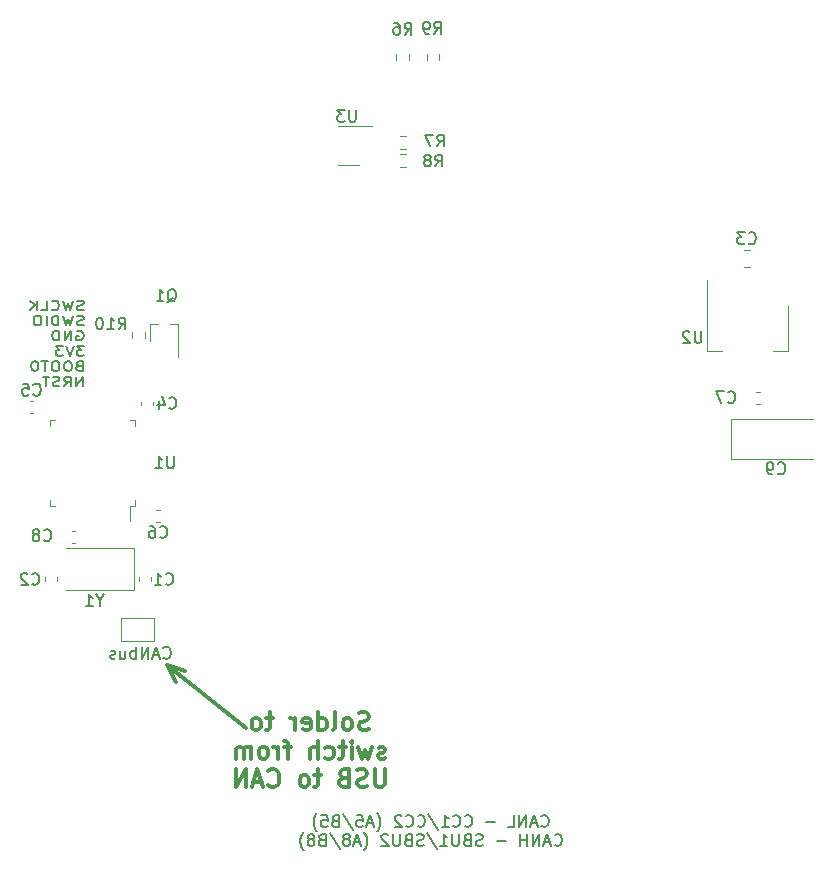
<source format=gbr>
%TF.GenerationSoftware,KiCad,Pcbnew,6.0.10*%
%TF.CreationDate,2023-03-14T16:41:35+03:00*%
%TF.ProjectId,Canon_manage,43616e6f-6e5f-46d6-916e-6167652e6b69,rev?*%
%TF.SameCoordinates,Original*%
%TF.FileFunction,Legend,Bot*%
%TF.FilePolarity,Positive*%
%FSLAX46Y46*%
G04 Gerber Fmt 4.6, Leading zero omitted, Abs format (unit mm)*
G04 Created by KiCad (PCBNEW 6.0.10) date 2023-03-14 16:41:35*
%MOMM*%
%LPD*%
G01*
G04 APERTURE LIST*
%ADD10C,0.300000*%
%ADD11C,0.150000*%
%ADD12C,0.120000*%
G04 APERTURE END LIST*
D10*
X84429600Y-103784400D02*
X85953600Y-104343200D01*
X84429600Y-103784400D02*
X85140800Y-105206800D01*
X91084400Y-109118400D02*
X84429600Y-103784400D01*
X101484285Y-109240942D02*
X101270000Y-109312371D01*
X100912857Y-109312371D01*
X100770000Y-109240942D01*
X100698571Y-109169514D01*
X100627142Y-109026657D01*
X100627142Y-108883800D01*
X100698571Y-108740942D01*
X100770000Y-108669514D01*
X100912857Y-108598085D01*
X101198571Y-108526657D01*
X101341428Y-108455228D01*
X101412857Y-108383800D01*
X101484285Y-108240942D01*
X101484285Y-108098085D01*
X101412857Y-107955228D01*
X101341428Y-107883800D01*
X101198571Y-107812371D01*
X100841428Y-107812371D01*
X100627142Y-107883800D01*
X99770000Y-109312371D02*
X99912857Y-109240942D01*
X99984285Y-109169514D01*
X100055714Y-109026657D01*
X100055714Y-108598085D01*
X99984285Y-108455228D01*
X99912857Y-108383800D01*
X99770000Y-108312371D01*
X99555714Y-108312371D01*
X99412857Y-108383800D01*
X99341428Y-108455228D01*
X99270000Y-108598085D01*
X99270000Y-109026657D01*
X99341428Y-109169514D01*
X99412857Y-109240942D01*
X99555714Y-109312371D01*
X99770000Y-109312371D01*
X98412857Y-109312371D02*
X98555714Y-109240942D01*
X98627142Y-109098085D01*
X98627142Y-107812371D01*
X97198571Y-109312371D02*
X97198571Y-107812371D01*
X97198571Y-109240942D02*
X97341428Y-109312371D01*
X97627142Y-109312371D01*
X97770000Y-109240942D01*
X97841428Y-109169514D01*
X97912857Y-109026657D01*
X97912857Y-108598085D01*
X97841428Y-108455228D01*
X97770000Y-108383800D01*
X97627142Y-108312371D01*
X97341428Y-108312371D01*
X97198571Y-108383800D01*
X95912857Y-109240942D02*
X96055714Y-109312371D01*
X96341428Y-109312371D01*
X96484285Y-109240942D01*
X96555714Y-109098085D01*
X96555714Y-108526657D01*
X96484285Y-108383800D01*
X96341428Y-108312371D01*
X96055714Y-108312371D01*
X95912857Y-108383800D01*
X95841428Y-108526657D01*
X95841428Y-108669514D01*
X96555714Y-108812371D01*
X95198571Y-109312371D02*
X95198571Y-108312371D01*
X95198571Y-108598085D02*
X95127142Y-108455228D01*
X95055714Y-108383800D01*
X94912857Y-108312371D01*
X94770000Y-108312371D01*
X93341428Y-108312371D02*
X92770000Y-108312371D01*
X93127142Y-107812371D02*
X93127142Y-109098085D01*
X93055714Y-109240942D01*
X92912857Y-109312371D01*
X92770000Y-109312371D01*
X92055714Y-109312371D02*
X92198571Y-109240942D01*
X92270000Y-109169514D01*
X92341428Y-109026657D01*
X92341428Y-108598085D01*
X92270000Y-108455228D01*
X92198571Y-108383800D01*
X92055714Y-108312371D01*
X91841428Y-108312371D01*
X91698571Y-108383800D01*
X91627142Y-108455228D01*
X91555714Y-108598085D01*
X91555714Y-109026657D01*
X91627142Y-109169514D01*
X91698571Y-109240942D01*
X91841428Y-109312371D01*
X92055714Y-109312371D01*
X102877142Y-111655942D02*
X102734285Y-111727371D01*
X102448571Y-111727371D01*
X102305714Y-111655942D01*
X102234285Y-111513085D01*
X102234285Y-111441657D01*
X102305714Y-111298800D01*
X102448571Y-111227371D01*
X102662857Y-111227371D01*
X102805714Y-111155942D01*
X102877142Y-111013085D01*
X102877142Y-110941657D01*
X102805714Y-110798800D01*
X102662857Y-110727371D01*
X102448571Y-110727371D01*
X102305714Y-110798800D01*
X101734285Y-110727371D02*
X101448571Y-111727371D01*
X101162857Y-111013085D01*
X100877142Y-111727371D01*
X100591428Y-110727371D01*
X100020000Y-111727371D02*
X100020000Y-110727371D01*
X100020000Y-110227371D02*
X100091428Y-110298800D01*
X100020000Y-110370228D01*
X99948571Y-110298800D01*
X100020000Y-110227371D01*
X100020000Y-110370228D01*
X99520000Y-110727371D02*
X98948571Y-110727371D01*
X99305714Y-110227371D02*
X99305714Y-111513085D01*
X99234285Y-111655942D01*
X99091428Y-111727371D01*
X98948571Y-111727371D01*
X97805714Y-111655942D02*
X97948571Y-111727371D01*
X98234285Y-111727371D01*
X98377142Y-111655942D01*
X98448571Y-111584514D01*
X98520000Y-111441657D01*
X98520000Y-111013085D01*
X98448571Y-110870228D01*
X98377142Y-110798800D01*
X98234285Y-110727371D01*
X97948571Y-110727371D01*
X97805714Y-110798800D01*
X97162857Y-111727371D02*
X97162857Y-110227371D01*
X96520000Y-111727371D02*
X96520000Y-110941657D01*
X96591428Y-110798800D01*
X96734285Y-110727371D01*
X96948571Y-110727371D01*
X97091428Y-110798800D01*
X97162857Y-110870228D01*
X94877142Y-110727371D02*
X94305714Y-110727371D01*
X94662857Y-111727371D02*
X94662857Y-110441657D01*
X94591428Y-110298800D01*
X94448571Y-110227371D01*
X94305714Y-110227371D01*
X93805714Y-111727371D02*
X93805714Y-110727371D01*
X93805714Y-111013085D02*
X93734285Y-110870228D01*
X93662857Y-110798800D01*
X93520000Y-110727371D01*
X93377142Y-110727371D01*
X92662857Y-111727371D02*
X92805714Y-111655942D01*
X92877142Y-111584514D01*
X92948571Y-111441657D01*
X92948571Y-111013085D01*
X92877142Y-110870228D01*
X92805714Y-110798800D01*
X92662857Y-110727371D01*
X92448571Y-110727371D01*
X92305714Y-110798800D01*
X92234285Y-110870228D01*
X92162857Y-111013085D01*
X92162857Y-111441657D01*
X92234285Y-111584514D01*
X92305714Y-111655942D01*
X92448571Y-111727371D01*
X92662857Y-111727371D01*
X91520000Y-111727371D02*
X91520000Y-110727371D01*
X91520000Y-110870228D02*
X91448571Y-110798800D01*
X91305714Y-110727371D01*
X91091428Y-110727371D01*
X90948571Y-110798800D01*
X90877142Y-110941657D01*
X90877142Y-111727371D01*
X90877142Y-110941657D02*
X90805714Y-110798800D01*
X90662857Y-110727371D01*
X90448571Y-110727371D01*
X90305714Y-110798800D01*
X90234285Y-110941657D01*
X90234285Y-111727371D01*
X102841428Y-112642371D02*
X102841428Y-113856657D01*
X102770000Y-113999514D01*
X102698571Y-114070942D01*
X102555714Y-114142371D01*
X102270000Y-114142371D01*
X102127142Y-114070942D01*
X102055714Y-113999514D01*
X101984285Y-113856657D01*
X101984285Y-112642371D01*
X101341428Y-114070942D02*
X101127142Y-114142371D01*
X100770000Y-114142371D01*
X100627142Y-114070942D01*
X100555714Y-113999514D01*
X100484285Y-113856657D01*
X100484285Y-113713800D01*
X100555714Y-113570942D01*
X100627142Y-113499514D01*
X100770000Y-113428085D01*
X101055714Y-113356657D01*
X101198571Y-113285228D01*
X101270000Y-113213800D01*
X101341428Y-113070942D01*
X101341428Y-112928085D01*
X101270000Y-112785228D01*
X101198571Y-112713800D01*
X101055714Y-112642371D01*
X100698571Y-112642371D01*
X100484285Y-112713800D01*
X99341428Y-113356657D02*
X99127142Y-113428085D01*
X99055714Y-113499514D01*
X98984285Y-113642371D01*
X98984285Y-113856657D01*
X99055714Y-113999514D01*
X99127142Y-114070942D01*
X99270000Y-114142371D01*
X99841428Y-114142371D01*
X99841428Y-112642371D01*
X99341428Y-112642371D01*
X99198571Y-112713800D01*
X99127142Y-112785228D01*
X99055714Y-112928085D01*
X99055714Y-113070942D01*
X99127142Y-113213800D01*
X99198571Y-113285228D01*
X99341428Y-113356657D01*
X99841428Y-113356657D01*
X97412857Y-113142371D02*
X96841428Y-113142371D01*
X97198571Y-112642371D02*
X97198571Y-113928085D01*
X97127142Y-114070942D01*
X96984285Y-114142371D01*
X96841428Y-114142371D01*
X96127142Y-114142371D02*
X96270000Y-114070942D01*
X96341428Y-113999514D01*
X96412857Y-113856657D01*
X96412857Y-113428085D01*
X96341428Y-113285228D01*
X96270000Y-113213800D01*
X96127142Y-113142371D01*
X95912857Y-113142371D01*
X95770000Y-113213800D01*
X95698571Y-113285228D01*
X95627142Y-113428085D01*
X95627142Y-113856657D01*
X95698571Y-113999514D01*
X95770000Y-114070942D01*
X95912857Y-114142371D01*
X96127142Y-114142371D01*
X92984285Y-113999514D02*
X93055714Y-114070942D01*
X93270000Y-114142371D01*
X93412857Y-114142371D01*
X93627142Y-114070942D01*
X93770000Y-113928085D01*
X93841428Y-113785228D01*
X93912857Y-113499514D01*
X93912857Y-113285228D01*
X93841428Y-112999514D01*
X93770000Y-112856657D01*
X93627142Y-112713800D01*
X93412857Y-112642371D01*
X93270000Y-112642371D01*
X93055714Y-112713800D01*
X92984285Y-112785228D01*
X92412857Y-113713800D02*
X91698571Y-113713800D01*
X92555714Y-114142371D02*
X92055714Y-112642371D01*
X91555714Y-114142371D01*
X91055714Y-114142371D02*
X91055714Y-112642371D01*
X90198571Y-114142371D01*
X90198571Y-112642371D01*
D11*
X116087942Y-117408142D02*
X116135561Y-117455761D01*
X116278419Y-117503380D01*
X116373657Y-117503380D01*
X116516514Y-117455761D01*
X116611752Y-117360523D01*
X116659371Y-117265285D01*
X116706990Y-117074809D01*
X116706990Y-116931952D01*
X116659371Y-116741476D01*
X116611752Y-116646238D01*
X116516514Y-116551000D01*
X116373657Y-116503380D01*
X116278419Y-116503380D01*
X116135561Y-116551000D01*
X116087942Y-116598619D01*
X115706990Y-117217666D02*
X115230800Y-117217666D01*
X115802228Y-117503380D02*
X115468895Y-116503380D01*
X115135561Y-117503380D01*
X114802228Y-117503380D02*
X114802228Y-116503380D01*
X114230800Y-117503380D01*
X114230800Y-116503380D01*
X113278419Y-117503380D02*
X113754609Y-117503380D01*
X113754609Y-116503380D01*
X112183180Y-117122428D02*
X111421276Y-117122428D01*
X109611752Y-117408142D02*
X109659371Y-117455761D01*
X109802228Y-117503380D01*
X109897466Y-117503380D01*
X110040323Y-117455761D01*
X110135561Y-117360523D01*
X110183180Y-117265285D01*
X110230800Y-117074809D01*
X110230800Y-116931952D01*
X110183180Y-116741476D01*
X110135561Y-116646238D01*
X110040323Y-116551000D01*
X109897466Y-116503380D01*
X109802228Y-116503380D01*
X109659371Y-116551000D01*
X109611752Y-116598619D01*
X108611752Y-117408142D02*
X108659371Y-117455761D01*
X108802228Y-117503380D01*
X108897466Y-117503380D01*
X109040323Y-117455761D01*
X109135561Y-117360523D01*
X109183180Y-117265285D01*
X109230800Y-117074809D01*
X109230800Y-116931952D01*
X109183180Y-116741476D01*
X109135561Y-116646238D01*
X109040323Y-116551000D01*
X108897466Y-116503380D01*
X108802228Y-116503380D01*
X108659371Y-116551000D01*
X108611752Y-116598619D01*
X107659371Y-117503380D02*
X108230800Y-117503380D01*
X107945085Y-117503380D02*
X107945085Y-116503380D01*
X108040323Y-116646238D01*
X108135561Y-116741476D01*
X108230800Y-116789095D01*
X106516514Y-116455761D02*
X107373657Y-117741476D01*
X105611752Y-117408142D02*
X105659371Y-117455761D01*
X105802228Y-117503380D01*
X105897466Y-117503380D01*
X106040323Y-117455761D01*
X106135561Y-117360523D01*
X106183180Y-117265285D01*
X106230800Y-117074809D01*
X106230800Y-116931952D01*
X106183180Y-116741476D01*
X106135561Y-116646238D01*
X106040323Y-116551000D01*
X105897466Y-116503380D01*
X105802228Y-116503380D01*
X105659371Y-116551000D01*
X105611752Y-116598619D01*
X104611752Y-117408142D02*
X104659371Y-117455761D01*
X104802228Y-117503380D01*
X104897466Y-117503380D01*
X105040323Y-117455761D01*
X105135561Y-117360523D01*
X105183180Y-117265285D01*
X105230800Y-117074809D01*
X105230800Y-116931952D01*
X105183180Y-116741476D01*
X105135561Y-116646238D01*
X105040323Y-116551000D01*
X104897466Y-116503380D01*
X104802228Y-116503380D01*
X104659371Y-116551000D01*
X104611752Y-116598619D01*
X104230800Y-116598619D02*
X104183180Y-116551000D01*
X104087942Y-116503380D01*
X103849847Y-116503380D01*
X103754609Y-116551000D01*
X103706990Y-116598619D01*
X103659371Y-116693857D01*
X103659371Y-116789095D01*
X103706990Y-116931952D01*
X104278419Y-117503380D01*
X103659371Y-117503380D01*
X102183180Y-117884333D02*
X102230800Y-117836714D01*
X102326038Y-117693857D01*
X102373657Y-117598619D01*
X102421276Y-117455761D01*
X102468895Y-117217666D01*
X102468895Y-117027190D01*
X102421276Y-116789095D01*
X102373657Y-116646238D01*
X102326038Y-116551000D01*
X102230800Y-116408142D01*
X102183180Y-116360523D01*
X101849847Y-117217666D02*
X101373657Y-117217666D01*
X101945085Y-117503380D02*
X101611752Y-116503380D01*
X101278419Y-117503380D01*
X100468895Y-116503380D02*
X100945085Y-116503380D01*
X100992704Y-116979571D01*
X100945085Y-116931952D01*
X100849847Y-116884333D01*
X100611752Y-116884333D01*
X100516514Y-116931952D01*
X100468895Y-116979571D01*
X100421276Y-117074809D01*
X100421276Y-117312904D01*
X100468895Y-117408142D01*
X100516514Y-117455761D01*
X100611752Y-117503380D01*
X100849847Y-117503380D01*
X100945085Y-117455761D01*
X100992704Y-117408142D01*
X99278419Y-116455761D02*
X100135561Y-117741476D01*
X98611752Y-116979571D02*
X98468895Y-117027190D01*
X98421276Y-117074809D01*
X98373657Y-117170047D01*
X98373657Y-117312904D01*
X98421276Y-117408142D01*
X98468895Y-117455761D01*
X98564133Y-117503380D01*
X98945085Y-117503380D01*
X98945085Y-116503380D01*
X98611752Y-116503380D01*
X98516514Y-116551000D01*
X98468895Y-116598619D01*
X98421276Y-116693857D01*
X98421276Y-116789095D01*
X98468895Y-116884333D01*
X98516514Y-116931952D01*
X98611752Y-116979571D01*
X98945085Y-116979571D01*
X97468895Y-116503380D02*
X97945085Y-116503380D01*
X97992704Y-116979571D01*
X97945085Y-116931952D01*
X97849847Y-116884333D01*
X97611752Y-116884333D01*
X97516514Y-116931952D01*
X97468895Y-116979571D01*
X97421276Y-117074809D01*
X97421276Y-117312904D01*
X97468895Y-117408142D01*
X97516514Y-117455761D01*
X97611752Y-117503380D01*
X97849847Y-117503380D01*
X97945085Y-117455761D01*
X97992704Y-117408142D01*
X97087942Y-117884333D02*
X97040323Y-117836714D01*
X96945085Y-117693857D01*
X96897466Y-117598619D01*
X96849847Y-117455761D01*
X96802228Y-117217666D01*
X96802228Y-117027190D01*
X96849847Y-116789095D01*
X96897466Y-116646238D01*
X96945085Y-116551000D01*
X97040323Y-116408142D01*
X97087942Y-116360523D01*
X117206990Y-119018142D02*
X117254609Y-119065761D01*
X117397466Y-119113380D01*
X117492704Y-119113380D01*
X117635561Y-119065761D01*
X117730800Y-118970523D01*
X117778419Y-118875285D01*
X117826038Y-118684809D01*
X117826038Y-118541952D01*
X117778419Y-118351476D01*
X117730800Y-118256238D01*
X117635561Y-118161000D01*
X117492704Y-118113380D01*
X117397466Y-118113380D01*
X117254609Y-118161000D01*
X117206990Y-118208619D01*
X116826038Y-118827666D02*
X116349847Y-118827666D01*
X116921276Y-119113380D02*
X116587942Y-118113380D01*
X116254609Y-119113380D01*
X115921276Y-119113380D02*
X115921276Y-118113380D01*
X115349847Y-119113380D01*
X115349847Y-118113380D01*
X114873657Y-119113380D02*
X114873657Y-118113380D01*
X114873657Y-118589571D02*
X114302228Y-118589571D01*
X114302228Y-119113380D02*
X114302228Y-118113380D01*
X113064133Y-118732428D02*
X112302228Y-118732428D01*
X111111752Y-119065761D02*
X110968895Y-119113380D01*
X110730800Y-119113380D01*
X110635561Y-119065761D01*
X110587942Y-119018142D01*
X110540323Y-118922904D01*
X110540323Y-118827666D01*
X110587942Y-118732428D01*
X110635561Y-118684809D01*
X110730800Y-118637190D01*
X110921276Y-118589571D01*
X111016514Y-118541952D01*
X111064133Y-118494333D01*
X111111752Y-118399095D01*
X111111752Y-118303857D01*
X111064133Y-118208619D01*
X111016514Y-118161000D01*
X110921276Y-118113380D01*
X110683180Y-118113380D01*
X110540323Y-118161000D01*
X109778419Y-118589571D02*
X109635561Y-118637190D01*
X109587942Y-118684809D01*
X109540323Y-118780047D01*
X109540323Y-118922904D01*
X109587942Y-119018142D01*
X109635561Y-119065761D01*
X109730800Y-119113380D01*
X110111752Y-119113380D01*
X110111752Y-118113380D01*
X109778419Y-118113380D01*
X109683180Y-118161000D01*
X109635561Y-118208619D01*
X109587942Y-118303857D01*
X109587942Y-118399095D01*
X109635561Y-118494333D01*
X109683180Y-118541952D01*
X109778419Y-118589571D01*
X110111752Y-118589571D01*
X109111752Y-118113380D02*
X109111752Y-118922904D01*
X109064133Y-119018142D01*
X109016514Y-119065761D01*
X108921276Y-119113380D01*
X108730800Y-119113380D01*
X108635561Y-119065761D01*
X108587942Y-119018142D01*
X108540323Y-118922904D01*
X108540323Y-118113380D01*
X107540323Y-119113380D02*
X108111752Y-119113380D01*
X107826038Y-119113380D02*
X107826038Y-118113380D01*
X107921276Y-118256238D01*
X108016514Y-118351476D01*
X108111752Y-118399095D01*
X106397466Y-118065761D02*
X107254609Y-119351476D01*
X106111752Y-119065761D02*
X105968895Y-119113380D01*
X105730800Y-119113380D01*
X105635561Y-119065761D01*
X105587942Y-119018142D01*
X105540323Y-118922904D01*
X105540323Y-118827666D01*
X105587942Y-118732428D01*
X105635561Y-118684809D01*
X105730800Y-118637190D01*
X105921276Y-118589571D01*
X106016514Y-118541952D01*
X106064133Y-118494333D01*
X106111752Y-118399095D01*
X106111752Y-118303857D01*
X106064133Y-118208619D01*
X106016514Y-118161000D01*
X105921276Y-118113380D01*
X105683180Y-118113380D01*
X105540323Y-118161000D01*
X104778419Y-118589571D02*
X104635561Y-118637190D01*
X104587942Y-118684809D01*
X104540323Y-118780047D01*
X104540323Y-118922904D01*
X104587942Y-119018142D01*
X104635561Y-119065761D01*
X104730800Y-119113380D01*
X105111752Y-119113380D01*
X105111752Y-118113380D01*
X104778419Y-118113380D01*
X104683180Y-118161000D01*
X104635561Y-118208619D01*
X104587942Y-118303857D01*
X104587942Y-118399095D01*
X104635561Y-118494333D01*
X104683180Y-118541952D01*
X104778419Y-118589571D01*
X105111752Y-118589571D01*
X104111752Y-118113380D02*
X104111752Y-118922904D01*
X104064133Y-119018142D01*
X104016514Y-119065761D01*
X103921276Y-119113380D01*
X103730800Y-119113380D01*
X103635561Y-119065761D01*
X103587942Y-119018142D01*
X103540323Y-118922904D01*
X103540323Y-118113380D01*
X103111752Y-118208619D02*
X103064133Y-118161000D01*
X102968895Y-118113380D01*
X102730800Y-118113380D01*
X102635561Y-118161000D01*
X102587942Y-118208619D01*
X102540323Y-118303857D01*
X102540323Y-118399095D01*
X102587942Y-118541952D01*
X103159371Y-119113380D01*
X102540323Y-119113380D01*
X101064133Y-119494333D02*
X101111752Y-119446714D01*
X101206990Y-119303857D01*
X101254609Y-119208619D01*
X101302228Y-119065761D01*
X101349847Y-118827666D01*
X101349847Y-118637190D01*
X101302228Y-118399095D01*
X101254609Y-118256238D01*
X101206990Y-118161000D01*
X101111752Y-118018142D01*
X101064133Y-117970523D01*
X100730800Y-118827666D02*
X100254609Y-118827666D01*
X100826038Y-119113380D02*
X100492704Y-118113380D01*
X100159371Y-119113380D01*
X99683180Y-118541952D02*
X99778419Y-118494333D01*
X99826038Y-118446714D01*
X99873657Y-118351476D01*
X99873657Y-118303857D01*
X99826038Y-118208619D01*
X99778419Y-118161000D01*
X99683180Y-118113380D01*
X99492704Y-118113380D01*
X99397466Y-118161000D01*
X99349847Y-118208619D01*
X99302228Y-118303857D01*
X99302228Y-118351476D01*
X99349847Y-118446714D01*
X99397466Y-118494333D01*
X99492704Y-118541952D01*
X99683180Y-118541952D01*
X99778419Y-118589571D01*
X99826038Y-118637190D01*
X99873657Y-118732428D01*
X99873657Y-118922904D01*
X99826038Y-119018142D01*
X99778419Y-119065761D01*
X99683180Y-119113380D01*
X99492704Y-119113380D01*
X99397466Y-119065761D01*
X99349847Y-119018142D01*
X99302228Y-118922904D01*
X99302228Y-118732428D01*
X99349847Y-118637190D01*
X99397466Y-118589571D01*
X99492704Y-118541952D01*
X98159371Y-118065761D02*
X99016514Y-119351476D01*
X97492704Y-118589571D02*
X97349847Y-118637190D01*
X97302228Y-118684809D01*
X97254609Y-118780047D01*
X97254609Y-118922904D01*
X97302228Y-119018142D01*
X97349847Y-119065761D01*
X97445085Y-119113380D01*
X97826038Y-119113380D01*
X97826038Y-118113380D01*
X97492704Y-118113380D01*
X97397466Y-118161000D01*
X97349847Y-118208619D01*
X97302228Y-118303857D01*
X97302228Y-118399095D01*
X97349847Y-118494333D01*
X97397466Y-118541952D01*
X97492704Y-118589571D01*
X97826038Y-118589571D01*
X96683180Y-118541952D02*
X96778419Y-118494333D01*
X96826038Y-118446714D01*
X96873657Y-118351476D01*
X96873657Y-118303857D01*
X96826038Y-118208619D01*
X96778419Y-118161000D01*
X96683180Y-118113380D01*
X96492704Y-118113380D01*
X96397466Y-118161000D01*
X96349847Y-118208619D01*
X96302228Y-118303857D01*
X96302228Y-118351476D01*
X96349847Y-118446714D01*
X96397466Y-118494333D01*
X96492704Y-118541952D01*
X96683180Y-118541952D01*
X96778419Y-118589571D01*
X96826038Y-118637190D01*
X96873657Y-118732428D01*
X96873657Y-118922904D01*
X96826038Y-119018142D01*
X96778419Y-119065761D01*
X96683180Y-119113380D01*
X96492704Y-119113380D01*
X96397466Y-119065761D01*
X96349847Y-119018142D01*
X96302228Y-118922904D01*
X96302228Y-118732428D01*
X96349847Y-118637190D01*
X96397466Y-118589571D01*
X96492704Y-118541952D01*
X95968895Y-119494333D02*
X95921276Y-119446714D01*
X95826038Y-119303857D01*
X95778419Y-119208619D01*
X95730800Y-119065761D01*
X95683180Y-118827666D01*
X95683180Y-118637190D01*
X95730800Y-118399095D01*
X95778419Y-118256238D01*
X95826038Y-118161000D01*
X95921276Y-118018142D01*
X95968895Y-117970523D01*
X77334423Y-73710209D02*
X77191566Y-73748304D01*
X76953471Y-73748304D01*
X76858233Y-73710209D01*
X76810614Y-73672114D01*
X76762995Y-73595923D01*
X76762995Y-73519733D01*
X76810614Y-73443542D01*
X76858233Y-73405447D01*
X76953471Y-73367352D01*
X77143947Y-73329257D01*
X77239185Y-73291161D01*
X77286804Y-73253066D01*
X77334423Y-73176876D01*
X77334423Y-73100685D01*
X77286804Y-73024495D01*
X77239185Y-72986400D01*
X77143947Y-72948304D01*
X76905852Y-72948304D01*
X76762995Y-72986400D01*
X76429661Y-72948304D02*
X76191566Y-73748304D01*
X76001090Y-73176876D01*
X75810614Y-73748304D01*
X75572519Y-72948304D01*
X74620138Y-73672114D02*
X74667757Y-73710209D01*
X74810614Y-73748304D01*
X74905852Y-73748304D01*
X75048709Y-73710209D01*
X75143947Y-73634019D01*
X75191566Y-73557828D01*
X75239185Y-73405447D01*
X75239185Y-73291161D01*
X75191566Y-73138780D01*
X75143947Y-73062590D01*
X75048709Y-72986400D01*
X74905852Y-72948304D01*
X74810614Y-72948304D01*
X74667757Y-72986400D01*
X74620138Y-73024495D01*
X73715376Y-73748304D02*
X74191566Y-73748304D01*
X74191566Y-72948304D01*
X73382042Y-73748304D02*
X73382042Y-72948304D01*
X72810614Y-73748304D02*
X73239185Y-73291161D01*
X72810614Y-72948304D02*
X73382042Y-73405447D01*
X77334423Y-74998209D02*
X77191566Y-75036304D01*
X76953471Y-75036304D01*
X76858233Y-74998209D01*
X76810614Y-74960114D01*
X76762995Y-74883923D01*
X76762995Y-74807733D01*
X76810614Y-74731542D01*
X76858233Y-74693447D01*
X76953471Y-74655352D01*
X77143947Y-74617257D01*
X77239185Y-74579161D01*
X77286804Y-74541066D01*
X77334423Y-74464876D01*
X77334423Y-74388685D01*
X77286804Y-74312495D01*
X77239185Y-74274400D01*
X77143947Y-74236304D01*
X76905852Y-74236304D01*
X76762995Y-74274400D01*
X76429661Y-74236304D02*
X76191566Y-75036304D01*
X76001090Y-74464876D01*
X75810614Y-75036304D01*
X75572519Y-74236304D01*
X75191566Y-75036304D02*
X75191566Y-74236304D01*
X74953471Y-74236304D01*
X74810614Y-74274400D01*
X74715376Y-74350590D01*
X74667757Y-74426780D01*
X74620138Y-74579161D01*
X74620138Y-74693447D01*
X74667757Y-74845828D01*
X74715376Y-74922019D01*
X74810614Y-74998209D01*
X74953471Y-75036304D01*
X75191566Y-75036304D01*
X74191566Y-75036304D02*
X74191566Y-74236304D01*
X73524900Y-74236304D02*
X73334423Y-74236304D01*
X73239185Y-74274400D01*
X73143947Y-74350590D01*
X73096328Y-74502971D01*
X73096328Y-74769638D01*
X73143947Y-74922019D01*
X73239185Y-74998209D01*
X73334423Y-75036304D01*
X73524900Y-75036304D01*
X73620138Y-74998209D01*
X73715376Y-74922019D01*
X73762995Y-74769638D01*
X73762995Y-74502971D01*
X73715376Y-74350590D01*
X73620138Y-74274400D01*
X73524900Y-74236304D01*
X76762995Y-75562400D02*
X76858233Y-75524304D01*
X77001090Y-75524304D01*
X77143947Y-75562400D01*
X77239185Y-75638590D01*
X77286804Y-75714780D01*
X77334423Y-75867161D01*
X77334423Y-75981447D01*
X77286804Y-76133828D01*
X77239185Y-76210019D01*
X77143947Y-76286209D01*
X77001090Y-76324304D01*
X76905852Y-76324304D01*
X76762995Y-76286209D01*
X76715376Y-76248114D01*
X76715376Y-75981447D01*
X76905852Y-75981447D01*
X76286804Y-76324304D02*
X76286804Y-75524304D01*
X75715376Y-76324304D01*
X75715376Y-75524304D01*
X75239185Y-76324304D02*
X75239185Y-75524304D01*
X75001090Y-75524304D01*
X74858233Y-75562400D01*
X74762995Y-75638590D01*
X74715376Y-75714780D01*
X74667757Y-75867161D01*
X74667757Y-75981447D01*
X74715376Y-76133828D01*
X74762995Y-76210019D01*
X74858233Y-76286209D01*
X75001090Y-76324304D01*
X75239185Y-76324304D01*
X77382042Y-76812304D02*
X76762995Y-76812304D01*
X77096328Y-77117066D01*
X76953471Y-77117066D01*
X76858233Y-77155161D01*
X76810614Y-77193257D01*
X76762995Y-77269447D01*
X76762995Y-77459923D01*
X76810614Y-77536114D01*
X76858233Y-77574209D01*
X76953471Y-77612304D01*
X77239185Y-77612304D01*
X77334423Y-77574209D01*
X77382042Y-77536114D01*
X76477280Y-76812304D02*
X76143947Y-77612304D01*
X75810614Y-76812304D01*
X75572519Y-76812304D02*
X74953471Y-76812304D01*
X75286804Y-77117066D01*
X75143947Y-77117066D01*
X75048709Y-77155161D01*
X75001090Y-77193257D01*
X74953471Y-77269447D01*
X74953471Y-77459923D01*
X75001090Y-77536114D01*
X75048709Y-77574209D01*
X75143947Y-77612304D01*
X75429661Y-77612304D01*
X75524900Y-77574209D01*
X75572519Y-77536114D01*
X76953471Y-78481257D02*
X76810614Y-78519352D01*
X76762995Y-78557447D01*
X76715376Y-78633638D01*
X76715376Y-78747923D01*
X76762995Y-78824114D01*
X76810614Y-78862209D01*
X76905852Y-78900304D01*
X77286804Y-78900304D01*
X77286804Y-78100304D01*
X76953471Y-78100304D01*
X76858233Y-78138400D01*
X76810614Y-78176495D01*
X76762995Y-78252685D01*
X76762995Y-78328876D01*
X76810614Y-78405066D01*
X76858233Y-78443161D01*
X76953471Y-78481257D01*
X77286804Y-78481257D01*
X76096328Y-78100304D02*
X75905852Y-78100304D01*
X75810614Y-78138400D01*
X75715376Y-78214590D01*
X75667757Y-78366971D01*
X75667757Y-78633638D01*
X75715376Y-78786019D01*
X75810614Y-78862209D01*
X75905852Y-78900304D01*
X76096328Y-78900304D01*
X76191566Y-78862209D01*
X76286804Y-78786019D01*
X76334423Y-78633638D01*
X76334423Y-78366971D01*
X76286804Y-78214590D01*
X76191566Y-78138400D01*
X76096328Y-78100304D01*
X75048709Y-78100304D02*
X74858233Y-78100304D01*
X74762995Y-78138400D01*
X74667757Y-78214590D01*
X74620138Y-78366971D01*
X74620138Y-78633638D01*
X74667757Y-78786019D01*
X74762995Y-78862209D01*
X74858233Y-78900304D01*
X75048709Y-78900304D01*
X75143947Y-78862209D01*
X75239185Y-78786019D01*
X75286804Y-78633638D01*
X75286804Y-78366971D01*
X75239185Y-78214590D01*
X75143947Y-78138400D01*
X75048709Y-78100304D01*
X74334423Y-78100304D02*
X73762995Y-78100304D01*
X74048709Y-78900304D02*
X74048709Y-78100304D01*
X73239185Y-78100304D02*
X73143947Y-78100304D01*
X73048709Y-78138400D01*
X73001090Y-78176495D01*
X72953471Y-78252685D01*
X72905852Y-78405066D01*
X72905852Y-78595542D01*
X72953471Y-78747923D01*
X73001090Y-78824114D01*
X73048709Y-78862209D01*
X73143947Y-78900304D01*
X73239185Y-78900304D01*
X73334423Y-78862209D01*
X73382042Y-78824114D01*
X73429661Y-78747923D01*
X73477280Y-78595542D01*
X73477280Y-78405066D01*
X73429661Y-78252685D01*
X73382042Y-78176495D01*
X73334423Y-78138400D01*
X73239185Y-78100304D01*
X77286804Y-80188304D02*
X77286804Y-79388304D01*
X76715376Y-80188304D01*
X76715376Y-79388304D01*
X75667757Y-80188304D02*
X76001090Y-79807352D01*
X76239185Y-80188304D02*
X76239185Y-79388304D01*
X75858233Y-79388304D01*
X75762995Y-79426400D01*
X75715376Y-79464495D01*
X75667757Y-79540685D01*
X75667757Y-79654971D01*
X75715376Y-79731161D01*
X75762995Y-79769257D01*
X75858233Y-79807352D01*
X76239185Y-79807352D01*
X75286804Y-80150209D02*
X75143947Y-80188304D01*
X74905852Y-80188304D01*
X74810614Y-80150209D01*
X74762995Y-80112114D01*
X74715376Y-80035923D01*
X74715376Y-79959733D01*
X74762995Y-79883542D01*
X74810614Y-79845447D01*
X74905852Y-79807352D01*
X75096328Y-79769257D01*
X75191566Y-79731161D01*
X75239185Y-79693066D01*
X75286804Y-79616876D01*
X75286804Y-79540685D01*
X75239185Y-79464495D01*
X75191566Y-79426400D01*
X75096328Y-79388304D01*
X74858233Y-79388304D01*
X74715376Y-79426400D01*
X74429661Y-79388304D02*
X73858233Y-79388304D01*
X74143947Y-80188304D02*
X74143947Y-79388304D01*
%TO.C,R6*%
X104509866Y-50428280D02*
X104843200Y-49952090D01*
X105081295Y-50428280D02*
X105081295Y-49428280D01*
X104700342Y-49428280D01*
X104605104Y-49475900D01*
X104557485Y-49523519D01*
X104509866Y-49618757D01*
X104509866Y-49761614D01*
X104557485Y-49856852D01*
X104605104Y-49904471D01*
X104700342Y-49952090D01*
X105081295Y-49952090D01*
X103652723Y-49428280D02*
X103843200Y-49428280D01*
X103938438Y-49475900D01*
X103986057Y-49523519D01*
X104081295Y-49666376D01*
X104128914Y-49856852D01*
X104128914Y-50237804D01*
X104081295Y-50333042D01*
X104033676Y-50380661D01*
X103938438Y-50428280D01*
X103747961Y-50428280D01*
X103652723Y-50380661D01*
X103605104Y-50333042D01*
X103557485Y-50237804D01*
X103557485Y-49999709D01*
X103605104Y-49904471D01*
X103652723Y-49856852D01*
X103747961Y-49809233D01*
X103938438Y-49809233D01*
X104033676Y-49856852D01*
X104081295Y-49904471D01*
X104128914Y-49999709D01*
%TO.C,C5*%
X73088966Y-80892942D02*
X73136585Y-80940561D01*
X73279442Y-80988180D01*
X73374680Y-80988180D01*
X73517538Y-80940561D01*
X73612776Y-80845323D01*
X73660395Y-80750085D01*
X73708014Y-80559609D01*
X73708014Y-80416752D01*
X73660395Y-80226276D01*
X73612776Y-80131038D01*
X73517538Y-80035800D01*
X73374680Y-79988180D01*
X73279442Y-79988180D01*
X73136585Y-80035800D01*
X73088966Y-80083419D01*
X72184204Y-79988180D02*
X72660395Y-79988180D01*
X72708014Y-80464371D01*
X72660395Y-80416752D01*
X72565157Y-80369133D01*
X72327061Y-80369133D01*
X72231823Y-80416752D01*
X72184204Y-80464371D01*
X72136585Y-80559609D01*
X72136585Y-80797704D01*
X72184204Y-80892942D01*
X72231823Y-80940561D01*
X72327061Y-80988180D01*
X72565157Y-80988180D01*
X72660395Y-80940561D01*
X72708014Y-80892942D01*
%TO.C,JP1*%
X84095980Y-103176342D02*
X84143600Y-103223961D01*
X84286457Y-103271580D01*
X84381695Y-103271580D01*
X84524552Y-103223961D01*
X84619790Y-103128723D01*
X84667409Y-103033485D01*
X84715028Y-102843009D01*
X84715028Y-102700152D01*
X84667409Y-102509676D01*
X84619790Y-102414438D01*
X84524552Y-102319200D01*
X84381695Y-102271580D01*
X84286457Y-102271580D01*
X84143600Y-102319200D01*
X84095980Y-102366819D01*
X83715028Y-102985866D02*
X83238838Y-102985866D01*
X83810266Y-103271580D02*
X83476933Y-102271580D01*
X83143600Y-103271580D01*
X82810266Y-103271580D02*
X82810266Y-102271580D01*
X82238838Y-103271580D01*
X82238838Y-102271580D01*
X81762647Y-103271580D02*
X81762647Y-102271580D01*
X81762647Y-102652533D02*
X81667409Y-102604914D01*
X81476933Y-102604914D01*
X81381695Y-102652533D01*
X81334076Y-102700152D01*
X81286457Y-102795390D01*
X81286457Y-103081104D01*
X81334076Y-103176342D01*
X81381695Y-103223961D01*
X81476933Y-103271580D01*
X81667409Y-103271580D01*
X81762647Y-103223961D01*
X80429314Y-102604914D02*
X80429314Y-103271580D01*
X80857885Y-102604914D02*
X80857885Y-103128723D01*
X80810266Y-103223961D01*
X80715028Y-103271580D01*
X80572171Y-103271580D01*
X80476933Y-103223961D01*
X80429314Y-103176342D01*
X80000742Y-103223961D02*
X79905504Y-103271580D01*
X79715028Y-103271580D01*
X79619790Y-103223961D01*
X79572171Y-103128723D01*
X79572171Y-103081104D01*
X79619790Y-102985866D01*
X79715028Y-102938247D01*
X79857885Y-102938247D01*
X79953123Y-102890628D01*
X80000742Y-102795390D01*
X80000742Y-102747771D01*
X79953123Y-102652533D01*
X79857885Y-102604914D01*
X79715028Y-102604914D01*
X79619790Y-102652533D01*
%TO.C,Q1*%
X84420038Y-73089619D02*
X84515276Y-73042000D01*
X84610514Y-72946761D01*
X84753371Y-72803904D01*
X84848609Y-72756285D01*
X84943847Y-72756285D01*
X84896228Y-72994380D02*
X84991466Y-72946761D01*
X85086704Y-72851523D01*
X85134323Y-72661047D01*
X85134323Y-72327714D01*
X85086704Y-72137238D01*
X84991466Y-72042000D01*
X84896228Y-71994380D01*
X84705752Y-71994380D01*
X84610514Y-72042000D01*
X84515276Y-72137238D01*
X84467657Y-72327714D01*
X84467657Y-72661047D01*
X84515276Y-72851523D01*
X84610514Y-72946761D01*
X84705752Y-72994380D01*
X84896228Y-72994380D01*
X83515276Y-72994380D02*
X84086704Y-72994380D01*
X83800990Y-72994380D02*
X83800990Y-71994380D01*
X83896228Y-72137238D01*
X83991466Y-72232476D01*
X84086704Y-72280095D01*
%TO.C,C1*%
X84291466Y-96927942D02*
X84339085Y-96975561D01*
X84481942Y-97023180D01*
X84577180Y-97023180D01*
X84720038Y-96975561D01*
X84815276Y-96880323D01*
X84862895Y-96785085D01*
X84910514Y-96594609D01*
X84910514Y-96451752D01*
X84862895Y-96261276D01*
X84815276Y-96166038D01*
X84720038Y-96070800D01*
X84577180Y-96023180D01*
X84481942Y-96023180D01*
X84339085Y-96070800D01*
X84291466Y-96118419D01*
X83339085Y-97023180D02*
X83910514Y-97023180D01*
X83624800Y-97023180D02*
X83624800Y-96023180D01*
X83720038Y-96166038D01*
X83815276Y-96261276D01*
X83910514Y-96308895D01*
%TO.C,R7*%
X107251166Y-59888380D02*
X107584500Y-59412190D01*
X107822595Y-59888380D02*
X107822595Y-58888380D01*
X107441642Y-58888380D01*
X107346404Y-58936000D01*
X107298785Y-58983619D01*
X107251166Y-59078857D01*
X107251166Y-59221714D01*
X107298785Y-59316952D01*
X107346404Y-59364571D01*
X107441642Y-59412190D01*
X107822595Y-59412190D01*
X106917833Y-58888380D02*
X106251166Y-58888380D01*
X106679738Y-59888380D01*
%TO.C,C8*%
X73979066Y-93219542D02*
X74026685Y-93267161D01*
X74169542Y-93314780D01*
X74264780Y-93314780D01*
X74407638Y-93267161D01*
X74502876Y-93171923D01*
X74550495Y-93076685D01*
X74598114Y-92886209D01*
X74598114Y-92743352D01*
X74550495Y-92552876D01*
X74502876Y-92457638D01*
X74407638Y-92362400D01*
X74264780Y-92314780D01*
X74169542Y-92314780D01*
X74026685Y-92362400D01*
X73979066Y-92410019D01*
X73407638Y-92743352D02*
X73502876Y-92695733D01*
X73550495Y-92648114D01*
X73598114Y-92552876D01*
X73598114Y-92505257D01*
X73550495Y-92410019D01*
X73502876Y-92362400D01*
X73407638Y-92314780D01*
X73217161Y-92314780D01*
X73121923Y-92362400D01*
X73074304Y-92410019D01*
X73026685Y-92505257D01*
X73026685Y-92552876D01*
X73074304Y-92648114D01*
X73121923Y-92695733D01*
X73217161Y-92743352D01*
X73407638Y-92743352D01*
X73502876Y-92790971D01*
X73550495Y-92838590D01*
X73598114Y-92933828D01*
X73598114Y-93124304D01*
X73550495Y-93219542D01*
X73502876Y-93267161D01*
X73407638Y-93314780D01*
X73217161Y-93314780D01*
X73121923Y-93267161D01*
X73074304Y-93219542D01*
X73026685Y-93124304D01*
X73026685Y-92933828D01*
X73074304Y-92838590D01*
X73121923Y-92790971D01*
X73217161Y-92743352D01*
%TO.C,U2*%
X129627504Y-75524980D02*
X129627504Y-76334504D01*
X129579885Y-76429742D01*
X129532266Y-76477361D01*
X129437028Y-76524980D01*
X129246552Y-76524980D01*
X129151314Y-76477361D01*
X129103695Y-76429742D01*
X129056076Y-76334504D01*
X129056076Y-75524980D01*
X128627504Y-75620219D02*
X128579885Y-75572600D01*
X128484647Y-75524980D01*
X128246552Y-75524980D01*
X128151314Y-75572600D01*
X128103695Y-75620219D01*
X128056076Y-75715457D01*
X128056076Y-75810695D01*
X128103695Y-75953552D01*
X128675123Y-76524980D01*
X128056076Y-76524980D01*
%TO.C,R10*%
X80297257Y-75382380D02*
X80630590Y-74906190D01*
X80868685Y-75382380D02*
X80868685Y-74382380D01*
X80487733Y-74382380D01*
X80392495Y-74430000D01*
X80344876Y-74477619D01*
X80297257Y-74572857D01*
X80297257Y-74715714D01*
X80344876Y-74810952D01*
X80392495Y-74858571D01*
X80487733Y-74906190D01*
X80868685Y-74906190D01*
X79344876Y-75382380D02*
X79916304Y-75382380D01*
X79630590Y-75382380D02*
X79630590Y-74382380D01*
X79725828Y-74525238D01*
X79821066Y-74620476D01*
X79916304Y-74668095D01*
X78725828Y-74382380D02*
X78630590Y-74382380D01*
X78535352Y-74430000D01*
X78487733Y-74477619D01*
X78440114Y-74572857D01*
X78392495Y-74763333D01*
X78392495Y-75001428D01*
X78440114Y-75191904D01*
X78487733Y-75287142D01*
X78535352Y-75334761D01*
X78630590Y-75382380D01*
X78725828Y-75382380D01*
X78821066Y-75334761D01*
X78868685Y-75287142D01*
X78916304Y-75191904D01*
X78963923Y-75001428D01*
X78963923Y-74763333D01*
X78916304Y-74572857D01*
X78868685Y-74477619D01*
X78821066Y-74430000D01*
X78725828Y-74382380D01*
%TO.C,U3*%
X100380704Y-56805580D02*
X100380704Y-57615104D01*
X100333085Y-57710342D01*
X100285466Y-57757961D01*
X100190228Y-57805580D01*
X99999752Y-57805580D01*
X99904514Y-57757961D01*
X99856895Y-57710342D01*
X99809276Y-57615104D01*
X99809276Y-56805580D01*
X99428323Y-56805580D02*
X98809276Y-56805580D01*
X99142609Y-57186533D01*
X98999752Y-57186533D01*
X98904514Y-57234152D01*
X98856895Y-57281771D01*
X98809276Y-57377009D01*
X98809276Y-57615104D01*
X98856895Y-57710342D01*
X98904514Y-57757961D01*
X98999752Y-57805580D01*
X99285466Y-57805580D01*
X99380704Y-57757961D01*
X99428323Y-57710342D01*
%TO.C,R8*%
X107126066Y-61590180D02*
X107459400Y-61113990D01*
X107697495Y-61590180D02*
X107697495Y-60590180D01*
X107316542Y-60590180D01*
X107221304Y-60637800D01*
X107173685Y-60685419D01*
X107126066Y-60780657D01*
X107126066Y-60923514D01*
X107173685Y-61018752D01*
X107221304Y-61066371D01*
X107316542Y-61113990D01*
X107697495Y-61113990D01*
X106554638Y-61018752D02*
X106649876Y-60971133D01*
X106697495Y-60923514D01*
X106745114Y-60828276D01*
X106745114Y-60780657D01*
X106697495Y-60685419D01*
X106649876Y-60637800D01*
X106554638Y-60590180D01*
X106364161Y-60590180D01*
X106268923Y-60637800D01*
X106221304Y-60685419D01*
X106173685Y-60780657D01*
X106173685Y-60828276D01*
X106221304Y-60923514D01*
X106268923Y-60971133D01*
X106364161Y-61018752D01*
X106554638Y-61018752D01*
X106649876Y-61066371D01*
X106697495Y-61113990D01*
X106745114Y-61209228D01*
X106745114Y-61399704D01*
X106697495Y-61494942D01*
X106649876Y-61542561D01*
X106554638Y-61590180D01*
X106364161Y-61590180D01*
X106268923Y-61542561D01*
X106221304Y-61494942D01*
X106173685Y-61399704D01*
X106173685Y-61209228D01*
X106221304Y-61113990D01*
X106268923Y-61066371D01*
X106364161Y-61018752D01*
%TO.C,C3*%
X133647566Y-68069942D02*
X133695185Y-68117561D01*
X133838042Y-68165180D01*
X133933280Y-68165180D01*
X134076138Y-68117561D01*
X134171376Y-68022323D01*
X134218995Y-67927085D01*
X134266614Y-67736609D01*
X134266614Y-67593752D01*
X134218995Y-67403276D01*
X134171376Y-67308038D01*
X134076138Y-67212800D01*
X133933280Y-67165180D01*
X133838042Y-67165180D01*
X133695185Y-67212800D01*
X133647566Y-67260419D01*
X133314233Y-67165180D02*
X132695185Y-67165180D01*
X133028519Y-67546133D01*
X132885661Y-67546133D01*
X132790423Y-67593752D01*
X132742804Y-67641371D01*
X132695185Y-67736609D01*
X132695185Y-67974704D01*
X132742804Y-68069942D01*
X132790423Y-68117561D01*
X132885661Y-68165180D01*
X133171376Y-68165180D01*
X133266614Y-68117561D01*
X133314233Y-68069942D01*
%TO.C,C4*%
X84570866Y-82018142D02*
X84618485Y-82065761D01*
X84761342Y-82113380D01*
X84856580Y-82113380D01*
X84999438Y-82065761D01*
X85094676Y-81970523D01*
X85142295Y-81875285D01*
X85189914Y-81684809D01*
X85189914Y-81541952D01*
X85142295Y-81351476D01*
X85094676Y-81256238D01*
X84999438Y-81161000D01*
X84856580Y-81113380D01*
X84761342Y-81113380D01*
X84618485Y-81161000D01*
X84570866Y-81208619D01*
X83713723Y-81446714D02*
X83713723Y-82113380D01*
X83951819Y-81065761D02*
X84189914Y-81780047D01*
X83570866Y-81780047D01*
%TO.C,R9*%
X107016666Y-50352380D02*
X107350000Y-49876190D01*
X107588095Y-50352380D02*
X107588095Y-49352380D01*
X107207142Y-49352380D01*
X107111904Y-49400000D01*
X107064285Y-49447619D01*
X107016666Y-49542857D01*
X107016666Y-49685714D01*
X107064285Y-49780952D01*
X107111904Y-49828571D01*
X107207142Y-49876190D01*
X107588095Y-49876190D01*
X106540476Y-50352380D02*
X106350000Y-50352380D01*
X106254761Y-50304761D01*
X106207142Y-50257142D01*
X106111904Y-50114285D01*
X106064285Y-49923809D01*
X106064285Y-49542857D01*
X106111904Y-49447619D01*
X106159523Y-49400000D01*
X106254761Y-49352380D01*
X106445238Y-49352380D01*
X106540476Y-49400000D01*
X106588095Y-49447619D01*
X106635714Y-49542857D01*
X106635714Y-49780952D01*
X106588095Y-49876190D01*
X106540476Y-49923809D01*
X106445238Y-49971428D01*
X106254761Y-49971428D01*
X106159523Y-49923809D01*
X106111904Y-49876190D01*
X106064285Y-49780952D01*
%TO.C,C6*%
X83784566Y-92947742D02*
X83832185Y-92995361D01*
X83975042Y-93042980D01*
X84070280Y-93042980D01*
X84213138Y-92995361D01*
X84308376Y-92900123D01*
X84355995Y-92804885D01*
X84403614Y-92614409D01*
X84403614Y-92471552D01*
X84355995Y-92281076D01*
X84308376Y-92185838D01*
X84213138Y-92090600D01*
X84070280Y-92042980D01*
X83975042Y-92042980D01*
X83832185Y-92090600D01*
X83784566Y-92138219D01*
X82927423Y-92042980D02*
X83117900Y-92042980D01*
X83213138Y-92090600D01*
X83260757Y-92138219D01*
X83355995Y-92281076D01*
X83403614Y-92471552D01*
X83403614Y-92852504D01*
X83355995Y-92947742D01*
X83308376Y-92995361D01*
X83213138Y-93042980D01*
X83022661Y-93042980D01*
X82927423Y-92995361D01*
X82879804Y-92947742D01*
X82832185Y-92852504D01*
X82832185Y-92614409D01*
X82879804Y-92519171D01*
X82927423Y-92471552D01*
X83022661Y-92423933D01*
X83213138Y-92423933D01*
X83308376Y-92471552D01*
X83355995Y-92519171D01*
X83403614Y-92614409D01*
%TO.C,Y1*%
X78708190Y-98324990D02*
X78708190Y-98801180D01*
X79041523Y-97801180D02*
X78708190Y-98324990D01*
X78374857Y-97801180D01*
X77517714Y-98801180D02*
X78089142Y-98801180D01*
X77803428Y-98801180D02*
X77803428Y-97801180D01*
X77898666Y-97944038D01*
X77993904Y-98039276D01*
X78089142Y-98086895D01*
%TO.C,C2*%
X72963066Y-96927942D02*
X73010685Y-96975561D01*
X73153542Y-97023180D01*
X73248780Y-97023180D01*
X73391638Y-96975561D01*
X73486876Y-96880323D01*
X73534495Y-96785085D01*
X73582114Y-96594609D01*
X73582114Y-96451752D01*
X73534495Y-96261276D01*
X73486876Y-96166038D01*
X73391638Y-96070800D01*
X73248780Y-96023180D01*
X73153542Y-96023180D01*
X73010685Y-96070800D01*
X72963066Y-96118419D01*
X72582114Y-96118419D02*
X72534495Y-96070800D01*
X72439257Y-96023180D01*
X72201161Y-96023180D01*
X72105923Y-96070800D01*
X72058304Y-96118419D01*
X72010685Y-96213657D01*
X72010685Y-96308895D01*
X72058304Y-96451752D01*
X72629733Y-97023180D01*
X72010685Y-97023180D01*
%TO.C,C7*%
X131891066Y-81535542D02*
X131938685Y-81583161D01*
X132081542Y-81630780D01*
X132176780Y-81630780D01*
X132319638Y-81583161D01*
X132414876Y-81487923D01*
X132462495Y-81392685D01*
X132510114Y-81202209D01*
X132510114Y-81059352D01*
X132462495Y-80868876D01*
X132414876Y-80773638D01*
X132319638Y-80678400D01*
X132176780Y-80630780D01*
X132081542Y-80630780D01*
X131938685Y-80678400D01*
X131891066Y-80726019D01*
X131557733Y-80630780D02*
X130891066Y-80630780D01*
X131319638Y-81630780D01*
%TO.C,C9*%
X136107466Y-87555342D02*
X136155085Y-87602961D01*
X136297942Y-87650580D01*
X136393180Y-87650580D01*
X136536038Y-87602961D01*
X136631276Y-87507723D01*
X136678895Y-87412485D01*
X136726514Y-87222009D01*
X136726514Y-87079152D01*
X136678895Y-86888676D01*
X136631276Y-86793438D01*
X136536038Y-86698200D01*
X136393180Y-86650580D01*
X136297942Y-86650580D01*
X136155085Y-86698200D01*
X136107466Y-86745819D01*
X135631276Y-87650580D02*
X135440800Y-87650580D01*
X135345561Y-87602961D01*
X135297942Y-87555342D01*
X135202704Y-87412485D01*
X135155085Y-87222009D01*
X135155085Y-86841057D01*
X135202704Y-86745819D01*
X135250323Y-86698200D01*
X135345561Y-86650580D01*
X135536038Y-86650580D01*
X135631276Y-86698200D01*
X135678895Y-86745819D01*
X135726514Y-86841057D01*
X135726514Y-87079152D01*
X135678895Y-87174390D01*
X135631276Y-87222009D01*
X135536038Y-87269628D01*
X135345561Y-87269628D01*
X135250323Y-87222009D01*
X135202704Y-87174390D01*
X135155085Y-87079152D01*
%TO.C,U1*%
X84988304Y-86142580D02*
X84988304Y-86952104D01*
X84940685Y-87047342D01*
X84893066Y-87094961D01*
X84797828Y-87142580D01*
X84607352Y-87142580D01*
X84512114Y-87094961D01*
X84464495Y-87047342D01*
X84416876Y-86952104D01*
X84416876Y-86142580D01*
X83416876Y-87142580D02*
X83988304Y-87142580D01*
X83702590Y-87142580D02*
X83702590Y-86142580D01*
X83797828Y-86285438D01*
X83893066Y-86380676D01*
X83988304Y-86428295D01*
D12*
%TO.C,R6*%
X103820700Y-52580624D02*
X103820700Y-52071176D01*
X104865700Y-52580624D02*
X104865700Y-52071176D01*
%TO.C,C5*%
X73068567Y-81455800D02*
X72776033Y-81455800D01*
X73068567Y-82475800D02*
X72776033Y-82475800D01*
%TO.C,JP1*%
X80489600Y-99787200D02*
X80489600Y-101787200D01*
X80489600Y-101787200D02*
X83289600Y-101787200D01*
X83289600Y-101787200D02*
X83289600Y-99787200D01*
X83289600Y-99787200D02*
X80489600Y-99787200D01*
%TO.C,Q1*%
X82964800Y-76367000D02*
X82964800Y-74957000D01*
X85284800Y-74957000D02*
X85284800Y-77692000D01*
X85294800Y-74957000D02*
X84624800Y-74957000D01*
X83624800Y-74957000D02*
X82964800Y-74957000D01*
%TO.C,C1*%
X83009200Y-96373733D02*
X83009200Y-96666267D01*
X81989200Y-96373733D02*
X81989200Y-96666267D01*
%TO.C,R7*%
X104648724Y-59040500D02*
X104139276Y-59040500D01*
X104648724Y-60085500D02*
X104139276Y-60085500D01*
%TO.C,C8*%
X76334233Y-92428600D02*
X76626767Y-92428600D01*
X76334233Y-93448600D02*
X76626767Y-93448600D01*
%TO.C,U2*%
X130117800Y-77195600D02*
X131377800Y-77195600D01*
X130117800Y-71185600D02*
X130117800Y-77195600D01*
X136937800Y-77195600D02*
X135677800Y-77195600D01*
X136937800Y-73435600D02*
X136937800Y-77195600D01*
%TO.C,R10*%
X82497300Y-76099424D02*
X82497300Y-75589976D01*
X81452300Y-76099424D02*
X81452300Y-75589976D01*
%TO.C,U3*%
X100642000Y-61427000D02*
X98842000Y-61427000D01*
X98842000Y-58207000D02*
X101792000Y-58207000D01*
%TO.C,R8*%
X104648724Y-61609500D02*
X104139276Y-61609500D01*
X104648724Y-60564500D02*
X104139276Y-60564500D01*
%TO.C,C3*%
X133742152Y-70127800D02*
X133219648Y-70127800D01*
X133742152Y-68657800D02*
X133219648Y-68657800D01*
%TO.C,C4*%
X83187000Y-81806167D02*
X83187000Y-81513633D01*
X82167000Y-81806167D02*
X82167000Y-81513633D01*
%TO.C,R9*%
X106377500Y-52554724D02*
X106377500Y-52045276D01*
X107422500Y-52554724D02*
X107422500Y-52045276D01*
%TO.C,C6*%
X83471633Y-91670600D02*
X83764167Y-91670600D01*
X83471633Y-90650600D02*
X83764167Y-90650600D01*
%TO.C,Y1*%
X75815600Y-93856400D02*
X81565600Y-93856400D01*
X81565600Y-93856400D02*
X81565600Y-97456400D01*
X81565600Y-97456400D02*
X75815600Y-97456400D01*
%TO.C,C2*%
X75084400Y-96373733D02*
X75084400Y-96666267D01*
X74064400Y-96373733D02*
X74064400Y-96666267D01*
%TO.C,C7*%
X134297033Y-80693800D02*
X134589567Y-80693800D01*
X134297033Y-81713800D02*
X134589567Y-81713800D01*
%TO.C,C9*%
X139108600Y-86368200D02*
X132173600Y-86368200D01*
X132173600Y-86368200D02*
X132173600Y-82948200D01*
X132173600Y-82948200D02*
X139108600Y-82948200D01*
%TO.C,U1*%
X81697500Y-83530000D02*
X81697500Y-83080000D01*
X74477500Y-83080000D02*
X74927500Y-83080000D01*
X81697500Y-89850000D02*
X81697500Y-90300000D01*
X81697500Y-90300000D02*
X81247500Y-90300000D01*
X74477500Y-90300000D02*
X74927500Y-90300000D01*
X74477500Y-83530000D02*
X74477500Y-83080000D01*
X74477500Y-89850000D02*
X74477500Y-90300000D01*
X81247500Y-90300000D02*
X81247500Y-91590000D01*
X81697500Y-83080000D02*
X81247500Y-83080000D01*
%TD*%
M02*

</source>
